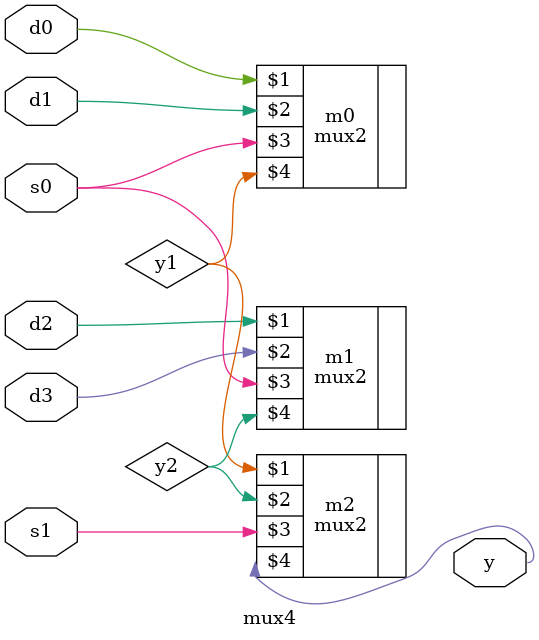
<source format=sv>


module mux4(input logic d0,d1,d2,d3,s0,s1,output logic y);

logic y1,y2;

mux2 m0(d0,d1,s0,y1);
mux2 m1(d2,d3,s0,y2);
mux2 m2(y1,y2,s1,y);

endmodule


/*

module mux4(input logic d0,d1,d2,d3,s0,s1,output logic y);

assign y=(s1?(s0?d3:d2):(s0?d1:d0));
endmodule

*/

/*

always_comb
begin
case({s0,s1})
2'b00:y=d0;
2'b01:y=d1;
2'b10:y=d2;
2'b11:y=d3;
endcase
end

endmodule

*/
</source>
